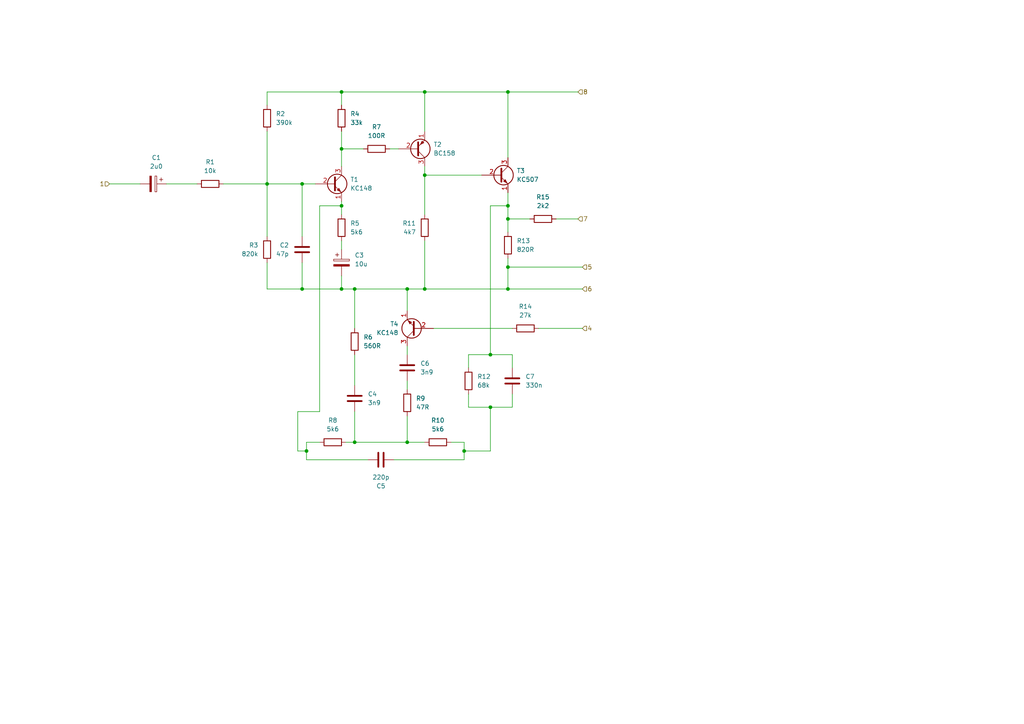
<source format=kicad_sch>
(kicad_sch (version 20250114) (generator "eeschema") (generator_version "9.0")
  (paper "A4")
  (lib_symbols
    (symbol "Device:C" (pin_numbers (hide yes)) (pin_names (offset 0.254))
      (property "Reference" "C" (at 0.635 2.54 0))
      (property "Value" "C" (at 0.635 -2.54 0))
      (symbol "C_0_1"
        (polyline (pts (xy -2.032 0.762) (xy 2.032 0.762)) (stroke (width 0.508)))
        (polyline (pts (xy -2.032 -0.762) (xy 2.032 -0.762)) (stroke (width 0.508)))
      )
      (symbol "C_1_1"
        (pin passive line (at 0 3.81 270) (length 2.794) (name "~") (number "1"))
        (pin passive line (at 0 -3.81 90) (length 2.794) (name "~") (number "2"))
      )
    )
    (symbol "Device:C_Polarized" (pin_numbers (hide yes)) (pin_names (offset 0.254))
      (property "Reference" "C" (at 0.635 2.54 0))
      (property "Value" "C_Polarized" (at 0.635 -2.54 0))
      (symbol "C_Polarized_0_1"
        (rectangle (start -2.286 0.508) (end 2.286 1.016))
        (polyline (pts (xy -1.778 2.286) (xy -0.762 2.286)))
        (polyline (pts (xy -1.27 2.794) (xy -1.27 1.778)))
        (rectangle (start 2.286 -0.508) (end -2.286 -1.016) (fill (type outline)))
      )
      (symbol "C_Polarized_1_1"
        (pin passive line (at 0 3.81 270) (length 2.794) (name "~") (number "1"))
        (pin passive line (at 0 -3.81 90) (length 2.794) (name "~") (number "2"))
      )
    )
    (symbol "Device:Q_NPN_EBC" (pin_names (offset 0) (hide yes))
      (property "Reference" "Q" (at 5.08 1.27 0))
      (property "Value" "Q_NPN_EBC" (at 5.08 -1.27 0))
      (symbol "Q_NPN_EBC_0_1"
        (polyline (pts (xy 0.635 1.905) (xy 0.635 -1.905) (xy 0.635 -1.905)) (stroke (width 0.508)))
        (polyline (pts (xy 0.635 0.635) (xy 2.54 2.54)))
        (polyline (pts (xy 0.635 -0.635) (xy 2.54 -2.54) (xy 2.54 -2.54)))
        (circle (center 1.27 0) (radius 2.8194) (stroke (width 0.254)))
        (polyline (pts (xy 1.27 -1.778) (xy 1.778 -1.27) (xy 2.286 -2.286) (xy 1.27 -1.778) (xy 1.27 -1.778)) (fill (type outline)))
      )
      (symbol "Q_NPN_EBC_1_1"
        (pin passive line (at -5.08 0 0) (length 5.715) (name "B") (number "2"))
        (pin passive line (at 2.54 5.08 270) (length 2.54) (name "C") (number "3"))
        (pin passive line (at 2.54 -5.08 90) (length 2.54) (name "E") (number "1"))
      )
    )
    (symbol "Device:Q_PNP_EBC" (pin_names (offset 0) (hide yes))
      (property "Reference" "Q" (at 5.08 1.27 0))
      (property "Value" "Q_PNP_EBC" (at 5.08 -1.27 0))
      (symbol "Q_PNP_EBC_0_1"
        (polyline (pts (xy 0.635 1.905) (xy 0.635 -1.905) (xy 0.635 -1.905)) (stroke (width 0.508)))
        (polyline (pts (xy 0.635 0.635) (xy 2.54 2.54)))
        (polyline (pts (xy 0.635 -0.635) (xy 2.54 -2.54) (xy 2.54 -2.54)))
        (circle (center 1.27 0) (radius 2.8194) (stroke (width 0.254)))
        (polyline (pts (xy 2.286 -1.778) (xy 1.778 -2.286) (xy 1.27 -1.27) (xy 2.286 -1.778) (xy 2.286 -1.778)) (fill (type outline)))
      )
      (symbol "Q_PNP_EBC_1_1"
        (pin input line (at -5.08 0 0) (length 5.715) (name "B") (number "2"))
        (pin passive line (at 2.54 5.08 270) (length 2.54) (name "C") (number "3"))
        (pin passive line (at 2.54 -5.08 90) (length 2.54) (name "E") (number "1"))
      )
    )
    (symbol "Device:R" (pin_numbers (hide yes)) (pin_names (offset 0))
      (property "Reference" "R" (at 2.032 0 90))
      (property "Value" "R" (at 0 0 90))
      (symbol "R_0_1"
        (rectangle (start -1.016 -2.54) (end 1.016 2.54) (stroke (width 0.254)))
      )
      (symbol "R_1_1"
        (pin passive line (at 0 3.81 270) (length 1.27) (name "~") (number "1"))
        (pin passive line (at 0 -3.81 90) (length 1.27) (name "~") (number "2"))
      )
    )
  )
  (junction (at 87.63 83.82))
  (junction (at 147.32 83.82))
  (junction (at 99.06 83.82))
  (junction (at 147.32 26.67))
  (junction (at 99.06 43.18))
  (junction (at 88.9 130.81))
  (junction (at 147.32 63.5))
  (junction (at 123.19 26.67))
  (junction (at 99.06 59.69))
  (junction (at 123.19 50.8))
  (junction (at 99.06 26.67))
  (junction (at 102.87 83.82))
  (junction (at 147.32 59.69))
  (junction (at 87.63 53.34))
  (junction (at 123.19 83.82))
  (junction (at 142.24 102.87))
  (junction (at 77.47 53.34))
  (junction (at 118.11 83.82))
  (junction (at 102.87 128.27))
  (junction (at 134.62 130.81))
  (junction (at 118.11 128.27))
  (junction (at 142.24 118.11))
  (junction (at 147.32 77.47))
  (wire (pts (xy 123.19 62.23) (xy 123.19 50.8)))
  (wire (pts (xy 48.26 53.34) (xy 57.15 53.34)))
  (wire (pts (xy 92.71 59.69) (xy 92.71 119.38)))
  (wire (pts (xy 142.24 102.87) (xy 135.89 102.87)))
  (wire (pts (xy 87.63 83.82) (xy 99.06 83.82)))
  (wire (pts (xy 147.32 77.47) (xy 168.91 77.47)))
  (wire (pts (xy 102.87 102.87) (xy 102.87 111.76)))
  (wire (pts (xy 113.03 43.18) (xy 115.57 43.18)))
  (wire (pts (xy 106.68 133.35) (xy 88.9 133.35)))
  (wire (pts (xy 86.36 130.81) (xy 88.9 130.81)))
  (wire (pts (xy 118.11 120.65) (xy 118.11 128.27)))
  (wire (pts (xy 99.06 43.18) (xy 105.41 43.18)))
  (wire (pts (xy 142.24 118.11) (xy 148.59 118.11)))
  (wire (pts (xy 118.11 128.27) (xy 123.19 128.27)))
  (wire (pts (xy 147.32 77.47) (xy 147.32 74.93)))
  (wire (pts (xy 99.06 69.85) (xy 99.06 72.39)))
  (wire (pts (xy 123.19 50.8) (xy 139.7 50.8)))
  (wire (pts (xy 77.47 53.34) (xy 77.47 68.58)))
  (wire (pts (xy 92.71 119.38) (xy 86.36 119.38)))
  (wire (pts (xy 134.62 133.35) (xy 114.3 133.35)))
  (wire (pts (xy 87.63 53.34) (xy 77.47 53.34)))
  (wire (pts (xy 77.47 76.2) (xy 77.47 83.82)))
  (wire (pts (xy 142.24 59.69) (xy 142.24 102.87)))
  (wire (pts (xy 91.44 53.34) (xy 87.63 53.34)))
  (wire (pts (xy 64.77 53.34) (xy 77.47 53.34)))
  (wire (pts (xy 99.06 80.01) (xy 99.06 83.82)))
  (wire (pts (xy 130.81 128.27) (xy 134.62 128.27)))
  (wire (pts (xy 123.19 83.82) (xy 147.32 83.82)))
  (wire (pts (xy 92.71 59.69) (xy 99.06 59.69)))
  (wire (pts (xy 88.9 133.35) (xy 88.9 130.81)))
  (wire (pts (xy 88.9 130.81) (xy 88.9 128.27)))
  (wire (pts (xy 123.19 69.85) (xy 123.19 83.82)))
  (wire (pts (xy 125.73 95.25) (xy 148.59 95.25)))
  (wire (pts (xy 99.06 43.18) (xy 99.06 38.1)))
  (wire (pts (xy 118.11 128.27) (xy 102.87 128.27)))
  (wire (pts (xy 99.06 59.69) (xy 99.06 62.23)))
  (wire (pts (xy 118.11 100.33) (xy 118.11 102.87)))
  (wire (pts (xy 87.63 53.34) (xy 87.63 68.58)))
  (wire (pts (xy 135.89 102.87) (xy 135.89 106.68)))
  (wire (pts (xy 147.32 77.47) (xy 147.32 83.82)))
  (wire (pts (xy 100.33 128.27) (xy 102.87 128.27)))
  (wire (pts (xy 148.59 106.68) (xy 148.59 102.87)))
  (wire (pts (xy 99.06 26.67) (xy 77.47 26.67)))
  (wire (pts (xy 87.63 83.82) (xy 87.63 76.2)))
  (wire (pts (xy 99.06 58.42) (xy 99.06 59.69)))
  (wire (pts (xy 99.06 43.18) (xy 99.06 48.26)))
  (wire (pts (xy 168.91 83.82) (xy 147.32 83.82)))
  (wire (pts (xy 161.29 63.5) (xy 167.64 63.5)))
  (wire (pts (xy 99.06 30.48) (xy 99.06 26.67)))
  (wire (pts (xy 147.32 63.5) (xy 147.32 67.31)))
  (wire (pts (xy 135.89 114.3) (xy 135.89 118.11)))
  (wire (pts (xy 148.59 118.11) (xy 148.59 114.3)))
  (wire (pts (xy 156.21 95.25) (xy 168.91 95.25)))
  (wire (pts (xy 142.24 59.69) (xy 147.32 59.69)))
  (wire (pts (xy 102.87 83.82) (xy 102.87 95.25)))
  (wire (pts (xy 77.47 38.1) (xy 77.47 53.34)))
  (wire (pts (xy 134.62 128.27) (xy 134.62 130.81)))
  (wire (pts (xy 134.62 130.81) (xy 134.62 133.35)))
  (wire (pts (xy 118.11 83.82) (xy 118.11 90.17)))
  (wire (pts (xy 147.32 59.69) (xy 147.32 55.88)))
  (wire (pts (xy 167.64 26.67) (xy 147.32 26.67)))
  (wire (pts (xy 102.87 128.27) (xy 102.87 119.38)))
  (wire (pts (xy 77.47 83.82) (xy 87.63 83.82)))
  (wire (pts (xy 153.67 63.5) (xy 147.32 63.5)))
  (wire (pts (xy 135.89 118.11) (xy 142.24 118.11)))
  (wire (pts (xy 142.24 118.11) (xy 142.24 130.81)))
  (wire (pts (xy 123.19 26.67) (xy 99.06 26.67)))
  (wire (pts (xy 123.19 83.82) (xy 118.11 83.82)))
  (wire (pts (xy 31.75 53.34) (xy 40.64 53.34)))
  (wire (pts (xy 102.87 83.82) (xy 99.06 83.82)))
  (wire (pts (xy 148.59 102.87) (xy 142.24 102.87)))
  (wire (pts (xy 88.9 128.27) (xy 92.71 128.27)))
  (wire (pts (xy 142.24 130.81) (xy 134.62 130.81)))
  (wire (pts (xy 86.36 119.38) (xy 86.36 130.81)))
  (wire (pts (xy 123.19 26.67) (xy 147.32 26.67)))
  (wire (pts (xy 147.32 59.69) (xy 147.32 63.5)))
  (wire (pts (xy 118.11 83.82) (xy 102.87 83.82)))
  (wire (pts (xy 123.19 50.8) (xy 123.19 48.26)))
  (wire (pts (xy 123.19 26.67) (xy 123.19 38.1)))
  (wire (pts (xy 77.47 26.67) (xy 77.47 30.48)))
  (wire (pts (xy 147.32 26.67) (xy 147.32 45.72)))
  (wire (pts (xy 118.11 110.49) (xy 118.11 113.03)))
  (hierarchical_label "1" (shape input) (at 31.75 53.34 180))
  (hierarchical_label "4" (shape input) (at 168.91 95.25 0))
  (hierarchical_label "5" (shape input) (at 168.91 77.47 0))
  (hierarchical_label "7" (shape input) (at 167.64 63.5 0))
  (hierarchical_label "6" (shape input) (at 168.91 83.82 0))
  (hierarchical_label "8" (shape input) (at 167.64 26.67 0))
  (symbol (lib_id "Device:R") (at 123.19 66.04 0) (mirror x) (unit 1)
    (property "Reference" "R11" (at 120.65 64.77 0) (effects (justify right)))
    (property "Value" "4k7" (at 120.65 67.31 0) (effects (justify right)))
  )
  (symbol (lib_id "Device:Q_NPN_EBC") (at 96.52 53.34 0) (unit 1)
    (property "Reference" "T1" (at 101.6 52.07 0) (effects (justify left)))
    (property "Value" "KC148" (at 101.6 54.61 0) (effects (justify left)))
  )
  (symbol (lib_id "Device:R") (at 118.11 116.84 180) (unit 1)
    (property "Reference" "R9" (at 120.65 115.57 0) (effects (justify right)))
    (property "Value" "47R" (at 120.65 118.11 0) (effects (justify right)))
  )
  (symbol (lib_id "Device:R") (at 109.22 43.18 90) (unit 1)
    (property "Reference" "R7" (at 109.22 36.83 90))
    (property "Value" "100R" (at 109.22 39.37 90))
  )
  (symbol (lib_id "Device:R") (at 102.87 99.06 180) (unit 1)
    (property "Reference" "R6" (at 105.41 97.79 0) (effects (justify right)))
    (property "Value" "560R" (at 105.41 100.33 0) (effects (justify right)))
  )
  (symbol (lib_id "Device:R") (at 127 128.27 90) (unit 1)
    (property "Reference" "R10" (at 127 121.92 90))
    (property "Value" "5k6" (at 127 124.46 90))
  )
  (symbol (lib_id "Device:Q_PNP_EBC") (at 120.65 43.18 0) (mirror x) (unit 1)
    (property "Reference" "T2" (at 125.73 41.91 0) (effects (justify left)))
    (property "Value" "BC158" (at 125.73 44.45 0) (effects (justify left)))
  )
  (symbol (lib_id "Device:R") (at 99.06 66.04 180) (unit 1)
    (property "Reference" "R5" (at 101.6 64.77 0) (effects (justify right)))
    (property "Value" "5k6" (at 101.6 67.31 0) (effects (justify right)))
  )
  (symbol (lib_id "Device:C") (at 148.59 110.49 0) (unit 1)
    (property "Reference" "C7" (at 152.4 109.22 0) (effects (justify left)))
    (property "Value" "330n" (at 152.4 111.76 0) (effects (justify left)))
  )
  (symbol (lib_id "Device:R") (at 135.89 110.49 0) (unit 1)
    (property "Reference" "R12" (at 138.43 109.22 0) (effects (justify left)))
    (property "Value" "68k" (at 138.43 111.76 0) (effects (justify left)))
  )
  (symbol (lib_id "Device:C_Polarized") (at 99.06 76.2 0) (unit 1)
    (property "Reference" "C3" (at 102.87 74.041 0) (effects (justify left)))
    (property "Value" "10u" (at 102.87 76.581 0) (effects (justify left)))
  )
  (symbol (lib_id "Device:C") (at 102.87 115.57 180) (unit 1)
    (property "Reference" "C4" (at 106.68 114.3 0) (effects (justify right)))
    (property "Value" "3n9" (at 106.68 116.84 0) (effects (justify right)))
  )
  (symbol (lib_id "Device:C") (at 110.49 133.35 90) (mirror x) (unit 1)
    (property "Reference" "C5" (at 110.49 140.97 90))
    (property "Value" "220p" (at 110.49 138.43 90))
  )
  (symbol (lib_id "Device:R") (at 96.52 128.27 90) (unit 1)
    (property "Reference" "R8" (at 96.52 121.92 90))
    (property "Value" "5k6" (at 96.52 124.46 90))
  )
  (symbol (lib_id "Device:Q_NPN_EBC") (at 144.78 50.8 0) (unit 1)
    (property "Reference" "T3" (at 149.86 49.53 0) (effects (justify left)))
    (property "Value" "KC507" (at 149.86 52.07 0) (effects (justify left)))
  )
  (symbol (lib_id "Device:R") (at 152.4 95.25 270) (unit 1)
    (property "Reference" "R14" (at 152.4 88.9 90))
    (property "Value" "27k" (at 152.4 91.44 90))
  )
  (symbol (lib_id "Device:R") (at 60.96 53.34 90) (unit 1)
    (property "Reference" "R1" (at 60.96 46.99 90))
    (property "Value" "10k" (at 60.96 49.53 90))
  )
  (symbol (lib_id "Device:Q_NPN_EBC") (at 120.65 95.25 180) (unit 1)
    (property "Reference" "T4" (at 115.57 93.98 0) (effects (justify left)))
    (property "Value" "KC148" (at 115.57 96.52 0) (effects (justify left)))
  )
  (symbol (lib_id "Device:C") (at 87.63 72.39 0) (mirror y) (unit 1)
    (property "Reference" "C2" (at 83.82 71.12 0) (effects (justify left)))
    (property "Value" "47p" (at 83.82 73.66 0) (effects (justify left)))
  )
  (symbol (lib_id "Device:R") (at 99.06 34.29 0) (unit 1)
    (property "Reference" "R4" (at 101.6 33.02 0) (effects (justify left)))
    (property "Value" "33k" (at 101.6 35.56 0) (effects (justify left)))
  )
  (symbol (lib_id "Device:C") (at 118.11 106.68 180) (unit 1)
    (property "Reference" "C6" (at 121.92 105.41 0) (effects (justify right)))
    (property "Value" "3n9" (at 121.92 107.95 0) (effects (justify right)))
  )
  (symbol (lib_id "Device:C_Polarized") (at 44.45 53.34 270) (unit 1)
    (property "Reference" "C1" (at 45.339 45.72 90))
    (property "Value" "2u0" (at 45.339 48.26 90))
  )
  (symbol (lib_id "Device:R") (at 77.47 34.29 0) (unit 1)
    (property "Reference" "R2" (at 80.01 33.02 0) (effects (justify left)))
    (property "Value" "390k" (at 80.01 35.56 0) (effects (justify left)))
  )
  (symbol (lib_id "Device:R") (at 147.32 71.12 180) (unit 1)
    (property "Reference" "R13" (at 149.86 69.85 0) (effects (justify right)))
    (property "Value" "820R" (at 149.86 72.39 0) (effects (justify right)))
  )
  (symbol (lib_id "Device:R") (at 157.48 63.5 270) (unit 1)
    (property "Reference" "R15" (at 157.48 57.15 90))
    (property "Value" "2k2" (at 157.48 59.69 90))
  )
  (symbol (lib_id "Device:R") (at 77.47 72.39 0) (mirror x) (unit 1)
    (property "Reference" "R3" (at 74.93 71.12 0) (effects (justify right)))
    (property "Value" "820k" (at 74.93 73.66 0) (effects (justify right)))
  )
)
</source>
